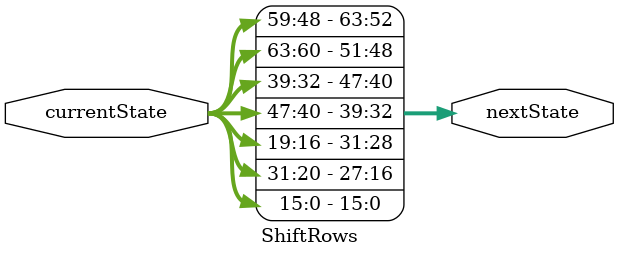
<source format=v>
module ShiftRows(
    input  [63:0] currentState ,
    output [63:0] nextState    
);
    assign nextState[63:52] = currentState[59:48];
    assign nextState[51:48] = currentState[63:60];
    assign nextState[47:40] = currentState[39:32];
    assign nextState[39:32] = currentState[47:40];
    assign nextState[31:28] = currentState[19:16];
    assign nextState[27:16] = currentState[31:20];
    assign nextState[15:00] = currentState[15:00];

endmodule
</source>
